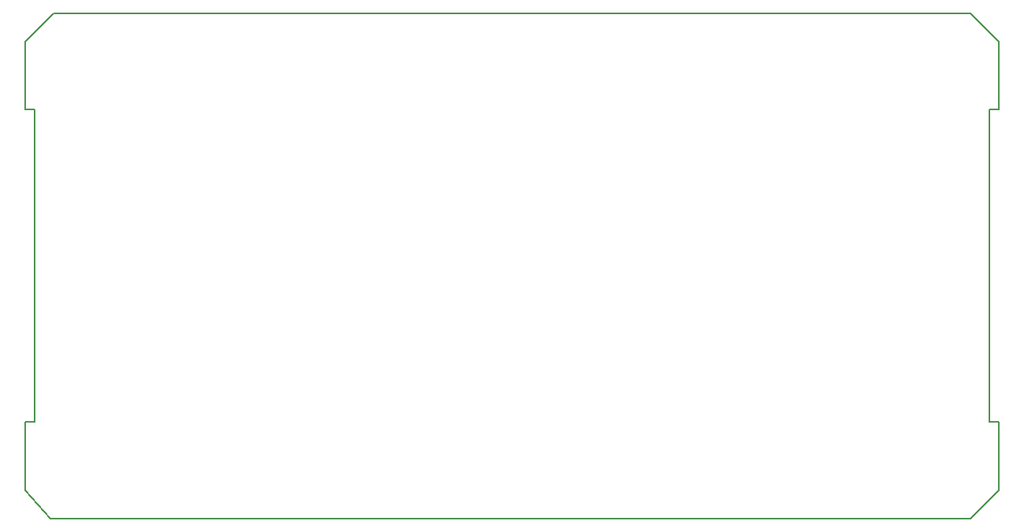
<source format=gbr>
G04 #@! TF.GenerationSoftware,KiCad,Pcbnew,5.0.2+dfsg1-1*
G04 #@! TF.CreationDate,2019-07-23T09:37:26-06:00*
G04 #@! TF.ProjectId,hl2-back-vert,686c322d-6261-4636-9b2d-766572742e6b,rev?*
G04 #@! TF.SameCoordinates,Original*
G04 #@! TF.FileFunction,Profile,NP*
%FSLAX46Y46*%
G04 Gerber Fmt 4.6, Leading zero omitted, Abs format (unit mm)*
G04 Created by KiCad (PCBNEW 5.0.2+dfsg1-1) date Tue 23 Jul 2019 09:37:26 AM MDT*
%MOMM*%
%LPD*%
G01*
G04 APERTURE LIST*
%ADD10C,0.200000*%
G04 APERTURE END LIST*
D10*
X165100000Y-184714296D02*
X164112220Y-184714380D01*
X63400000Y-195100000D02*
X63100000Y-195100000D01*
X60400000Y-192100000D02*
X63100000Y-195100000D01*
X63400000Y-195100000D02*
X162100000Y-195100000D01*
X162100000Y-195100000D02*
X165100000Y-192100000D01*
X165100000Y-192100000D02*
X165100000Y-184714296D01*
X162100000Y-140800000D02*
X165100000Y-143800000D01*
X162100000Y-140800000D02*
X63600000Y-140800000D01*
X165100000Y-143800000D02*
X165100000Y-143800000D01*
X63600000Y-140800000D02*
X63400000Y-140800000D01*
X60400000Y-143800000D02*
X63400000Y-140800000D01*
X60395554Y-143800000D02*
X60395554Y-151130000D01*
X60395554Y-184714296D02*
X60395554Y-192100000D01*
X61383334Y-184714380D02*
X60395554Y-184714296D01*
X61383334Y-151129920D02*
X61383334Y-184714380D01*
X60395554Y-151130000D02*
X61383334Y-151129920D01*
X164112220Y-151129920D02*
X165100000Y-151130000D01*
X164112220Y-184714380D02*
X164112220Y-151129920D01*
X165100000Y-151130000D02*
X165100000Y-143800000D01*
M02*

</source>
